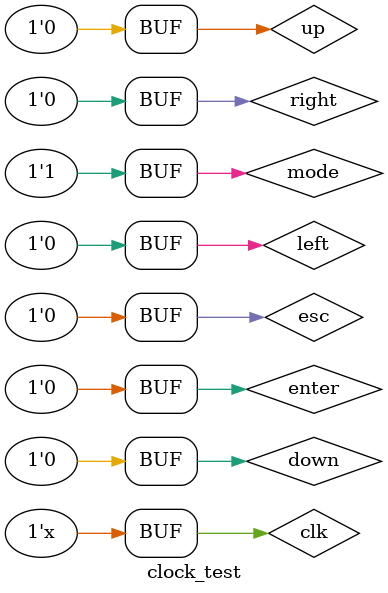
<source format=v>
`timescale 1us / 1ns


module clock_test;

	// Inputs
	reg up;
	reg down;
	reg left;
	reg right;
	reg enter;
	reg esc;
	reg clk;
	reg mode;

	// Outputs
	wire [47:0] out;
	wire norm;
	wire [6:0] hour;
	wire [6:0] min;
	wire [6:0] sec;
	wire carry_out;

	// Instantiate the Unit Under Test (UUT)
	clock uut (
		.up(up), 
		.down(down), 
		.left(left), 
		.right(right), 
		.enter(enter), 
		.esc(esc), 
		.clk(clk), 
		.mode(mode), 
		.out(out), 
		.norm(norm), 
		.hour(hour), 
		.min(min), 
		.sec(sec), 
		.carry_out(carry_out)
	);

	initial begin
		// Initialize Inputs
		up = 0;
		down = 0;
		left = 0;
		right = 0;
		enter = 0;
		esc = 0;
		clk = 0;
		mode = 1;

		// Wait 100 ns for global reset to finish
		#10000 enter = 1;
		#1000 enter = 0;
		#1000 up = 1;
		#100 up = 0;
		#1000 up = 1;
		#100 up = 0;
		#1000 up = 1;
		#100 up = 0;
		#1000 left = 1;
		#100 left = 0;
		#1000 up = 1;
		#100 up = 0;
		#1000 up = 1;
		#100 up = 0;
		#1000 down = 1;
		#100 down = 0;
 		#1000 left = 1;
		#100 left = 0;
		#1000 down = 1;
		#100 down = 0;
		#1000 down = 1;
		#100 down = 0;
		#1000 up = 1;
		#100 up = 0;
       
		// Add stimulus here
		

	end
	
	always begin
		#0.5 clk = ~clk;
	end
      
endmodule


</source>
